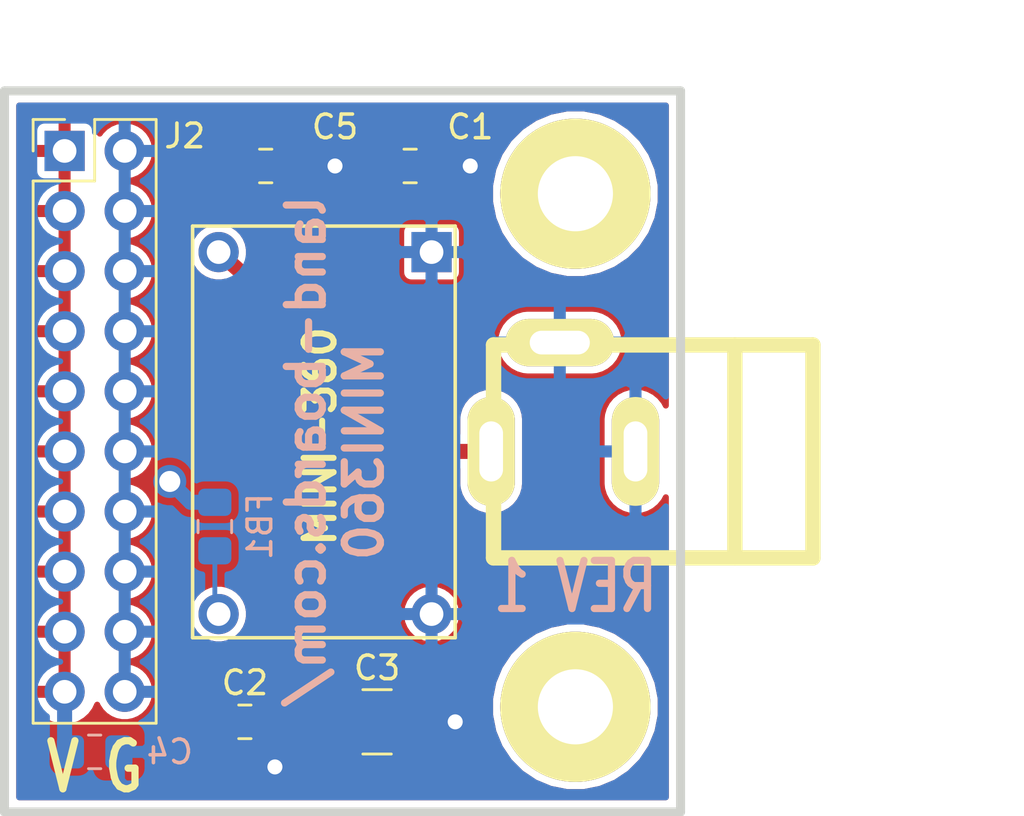
<source format=kicad_pcb>
(kicad_pcb (version 20211014) (generator pcbnew)
  (title_block (date "28 mar 2015") (rev "X1"))
  (layers (0 "F.Cu" signal "Front") (31 "B.Cu" signal "Back") (36 "B.SilkS" user "B.Silkscreen") (37 "F.SilkS" user "F.Silkscreen") (38 "B.Mask" user) (39 "F.Mask" user) (44 "Edge.Cuts" user))
  (net 0 "")
  (net 1 "GND")
  (net 2 "VCC")
  (net 3 "Net-(C1-Pad1)")
  (net 4 "Net-(FB1-Pad2)")
  (footprint "MTG-4-40" (layer "F.Cu") (at 110.49 26.035)
    (fp_text reference "MTG1" hide)
    (fp_text value "CONN_1" hide)
    (pad "1" thru_hole circle locked (at 0 0) (size 6.35 6.35) (drill 3.175) (layers *.Cu *.Mask "F.SilkS"))
  )
  (footprint "MTG-4-40" (layer "F.Cu") (at 110.49 4.348)
    (fp_text reference "MTG2" hide)
    (fp_text value "CONN_1" hide)
    (pad "1" thru_hole circle locked (at 0 0) (size 6.35 6.35) (drill 3.175) (layers *.Cu *.Mask "F.SilkS"))
  )
  (footprint "Resistor_SMD:R_0805_2012Metric_Pad1.15x1.40mm_HandSolder" (layer "F.Cu") (at 103.505 3.175)
    (fp_text reference "C1" (at 2.54 -1.65) (layer "F.SilkS"))
    (fp_text value "0.1uF")
    (fp_line (start -0.261252 -0.71) (end 0.261252 -0.71) (layer "F.SilkS") (width 0.12))
    (fp_line (start -0.261252 0.71) (end 0.261252 0.71) (layer "F.SilkS") (width 0.12))
    (pad "1" smd roundrect locked (at -1.025 0) (size 1.15 1.4) (layers "F.Cu" "F.Paste" "F.Mask") (roundrect_rratio 0.217391) (net 3 "Net-(C1-Pad1)"))
    (pad "2" smd roundrect locked (at 1.025 0) (size 1.15 1.4) (layers "F.Cu" "F.Paste" "F.Mask") (roundrect_rratio 0.217391) (net 1 "GND"))
  )
  (footprint "Resistor_SMD:R_0805_2012Metric_Pad1.15x1.40mm_HandSolder" (layer "F.Cu") (at 96.52 26.67)
    (fp_text reference "C2" (at 0 -1.65) (layer "F.SilkS"))
    (fp_text value "0.1uF")
    (fp_line (start -0.261252 -0.71) (end 0.261252 -0.71) (layer "F.SilkS") (width 0.12))
    (fp_line (start -0.261252 0.71) (end 0.261252 0.71) (layer "F.SilkS") (width 0.12))
    (pad "1" smd roundrect locked (at -1.025 0) (size 1.15 1.4) (layers "F.Cu" "F.Paste" "F.Mask") (roundrect_rratio 0.217391) (net 2 "VCC"))
    (pad "2" smd roundrect locked (at 1.025 0) (size 1.15 1.4) (layers "F.Cu" "F.Paste" "F.Mask") (roundrect_rratio 0.217391) (net 1 "GND"))
  )
  (footprint "Capacitor_SMD:C_1210_3225Metric_Pad1.42x2.65mm_HandSolder" (layer "F.Cu") (at 102.108 26.67)
    (fp_text reference "C3" (at 0 -2.28) (layer "F.SilkS"))
    (fp_text value "10uF")
    (fp_line (start -0.602064 -1.36) (end 0.602064 -1.36) (layer "F.SilkS") (width 0.12))
    (fp_line (start -0.602064 1.36) (end 0.602064 1.36) (layer "F.SilkS") (width 0.12))
    (pad "1" smd roundrect locked (at -1.4875 0) (size 1.425 2.65) (layers "F.Cu" "F.Paste" "F.Mask") (roundrect_rratio 0.175439) (net 2 "VCC"))
    (pad "2" smd roundrect locked (at 1.4875 0) (size 1.425 2.65) (layers "F.Cu" "F.Paste" "F.Mask") (roundrect_rratio 0.175439) (net 1 "GND"))
  )
  (footprint "Resistor_SMD:R_0805_2012Metric_Pad1.15x1.40mm_HandSolder" (layer "F.Cu") (at 97.4 3.175)
    (fp_text reference "C5" (at 2.93 -1.65) (layer "F.SilkS"))
    (fp_text value "0.1uF")
    (fp_line (start -0.261252 0.71) (end 0.261252 0.71) (layer "F.SilkS") (width 0.12))
    (fp_line (start -0.261252 -0.71) (end 0.261252 -0.71) (layer "F.SilkS") (width 0.12))
    (pad "1" smd roundrect locked (at -1.025 0) (size 1.15 1.4) (layers "F.Cu" "F.Paste" "F.Mask") (roundrect_rratio 0.217391) (net 2 "VCC"))
    (pad "2" smd roundrect locked (at 1.025 0) (size 1.15 1.4) (layers "F.Cu" "F.Paste" "F.Mask") (roundrect_rratio 0.217391) (net 1 "GND"))
  )
  (footprint "LandBoards_Conns:DCJ-NEW-Slotted" (layer "F.Cu") (at 113.03 15.24 180)
    (fp_text reference "J1" hide)
    (fp_text value "DCJ0202" hide)
    (fp_line (start 6 -4.5) (end 6 4.5) (layer "F.SilkS") (width 0.65))
    (fp_line (start -4.2 4.5) (end -4.2 -4.5) (layer "F.SilkS") (width 0.65))
    (fp_line (start -7.5 -4.5) (end -7.5 4.5) (layer "F.SilkS") (width 0.65))
    (fp_line (start -7.5 -4.5) (end 6 -4.5) (layer "F.SilkS") (width 0.65))
    (fp_line (start -7.5 4.5) (end 6 4.5) (layer "F.SilkS") (width 0.65))
    (pad "1" thru_hole oval locked (at 6.1 0 180) (size 2 4.6) (drill oval 1 2.54) (layers *.Cu *.Mask "F.SilkS") (net 3 "Net-(C1-Pad1)"))
    (pad "2" thru_hole oval locked (at 0 0 180) (size 2 4.6) (drill oval 1 2.54) (layers *.Cu *.Mask "F.SilkS") (net 1 "GND"))
    (pad "3" thru_hole oval locked (at 3.2 4.6 180) (size 4.6 2) (drill oval 2.54 1) (layers *.Cu *.Mask "F.SilkS") (net 1 "GND"))
  )
  (footprint "LandBoards_BoardOutlines:MINI-360" (layer "F.Cu") (at 105.41 5.715 -90)
    (fp_text reference "MINI-360" (at 8.89 5.715 90) (layer "F.SilkS") (effects (font (size 1.27 1.27) (thickness 0.254))))
    (fp_text value "MINI-360")
    (fp_line (start 0 11.1) (end 0 0) (layer "F.SilkS") (width 0.15))
    (fp_line (start 0 0) (end 17.4 0) (layer "F.SilkS") (width 0.15))
    (fp_line (start 17.4 11.1) (end 0 11.1) (layer "F.SilkS") (width 0.15))
    (fp_line (start 17.4 0) (end 17.4 11.1) (layer "F.SilkS") (width 0.15))
    (pad "IN+" thru_hole oval locked (at 1.1 10 270) (size 1.7 1.7) (drill 1) (layers *.Cu *.Mask) (net 3 "Net-(C1-Pad1)"))
    (pad "IN-" thru_hole rect locked (at 1.1 1 270) (size 1.7 1.7) (drill 1) (layers *.Cu *.Mask) (net 1 "GND"))
    (pad "OUT+" thru_hole oval locked (at 16.4 10 270) (size 1.7 1.7) (drill 1) (layers *.Cu *.Mask) (net 4 "Net-(FB1-Pad2)"))
    (pad "OUT-" thru_hole oval locked (at 16.4 1 270) (size 1.7 1.7) (drill 1) (layers *.Cu *.Mask) (net 1 "GND"))
  )
  (footprint "Connector_PinHeader_2.54mm:PinHeader_2x10_P2.54mm_Vertical" (layer "F.Cu") (at 88.9 2.54)
    (fp_text reference "J2" (at 5.08 -0.635) (layer "F.SilkS"))
    (fp_text value "Conn_02x10_Odd_Even")
    (fp_line (start -1.33 1.27) (end 1.27 1.27) (layer "F.SilkS") (width 0.12))
    (fp_line (start 3.87 -1.33) (end 3.87 24.19) (layer "F.SilkS") (width 0.12))
    (fp_line (start 1.27 1.27) (end 1.27 -1.33) (layer "F.SilkS") (width 0.12))
    (fp_line (start 1.27 -1.33) (end 3.87 -1.33) (layer "F.SilkS") (width 0.12))
    (fp_line (start -1.33 24.19) (end 3.87 24.19) (layer "F.SilkS") (width 0.12))
    (fp_line (start -1.33 0) (end -1.33 -1.33) (layer "F.SilkS") (width 0.12))
    (fp_line (start -1.33 -1.33) (end 0 -1.33) (layer "F.SilkS") (width 0.12))
    (fp_line (start -1.33 1.27) (end -1.33 24.19) (layer "F.SilkS") (width 0.12))
    (pad "1" thru_hole rect locked (at 0 0) (size 1.7 1.7) (drill 1) (layers *.Cu *.Mask) (net 2 "VCC"))
    (pad "2" thru_hole oval locked (at 2.54 0) (size 1.7 1.7) (drill 1) (layers *.Cu *.Mask) (net 1 "GND"))
    (pad "3" thru_hole oval locked (at 0 2.54) (size 1.7 1.7) (drill 1) (layers *.Cu *.Mask) (net 2 "VCC"))
    (pad "4" thru_hole oval locked (at 2.54 2.54) (size 1.7 1.7) (drill 1) (layers *.Cu *.Mask) (net 1 "GND"))
    (pad "5" thru_hole oval locked (at 0 5.08) (size 1.7 1.7) (drill 1) (layers *.Cu *.Mask) (net 2 "VCC"))
    (pad "6" thru_hole oval locked (at 2.54 5.08) (size 1.7 1.7) (drill 1) (layers *.Cu *.Mask) (net 1 "GND"))
    (pad "7" thru_hole oval locked (at 0 7.62) (size 1.7 1.7) (drill 1) (layers *.Cu *.Mask) (net 2 "VCC"))
    (pad "8" thru_hole oval locked (at 2.54 7.62) (size 1.7 1.7) (drill 1) (layers *.Cu *.Mask) (net 1 "GND"))
    (pad "9" thru_hole oval locked (at 0 10.16) (size 1.7 1.7) (drill 1) (layers *.Cu *.Mask) (net 2 "VCC"))
    (pad "10" thru_hole oval locked (at 2.54 10.16) (size 1.7 1.7) (drill 1) (layers *.Cu *.Mask) (net 1 "GND"))
    (pad "11" thru_hole oval locked (at 0 12.7) (size 1.7 1.7) (drill 1) (layers *.Cu *.Mask) (net 2 "VCC"))
    (pad "12" thru_hole oval locked (at 2.54 12.7) (size 1.7 1.7) (drill 1) (layers *.Cu *.Mask) (net 1 "GND"))
    (pad "13" thru_hole oval locked (at 0 15.24) (size 1.7 1.7) (drill 1) (layers *.Cu *.Mask) (net 2 "VCC"))
    (pad "14" thru_hole oval locked (at 2.54 15.24) (size 1.7 1.7) (drill 1) (layers *.Cu *.Mask) (net 1 "GND"))
    (pad "15" thru_hole oval locked (at 0 17.78) (size 1.7 1.7) (drill 1) (layers *.Cu *.Mask) (net 2 "VCC"))
    (pad "16" thru_hole oval locked (at 2.54 17.78) (size 1.7 1.7) (drill 1) (layers *.Cu *.Mask) (net 1 "GND"))
    (pad "17" thru_hole oval locked (at 0 20.32) (size 1.7 1.7) (drill 1) (layers *.Cu *.Mask) (net 2 "VCC"))
    (pad "18" thru_hole oval locked (at 2.54 20.32) (size 1.7 1.7) (drill 1) (layers *.Cu *.Mask) (net 1 "GND"))
    (pad "19" thru_hole oval locked (at 0 22.86) (size 1.7 1.7) (drill 1) (layers *.Cu *.Mask) (net 2 "VCC"))
    (pad "20" thru_hole oval locked (at 2.54 22.86) (size 1.7 1.7) (drill 1) (layers *.Cu *.Mask) (net 1 "GND"))
  )
  (footprint "Resistor_SMD:R_0805_2012Metric_Pad1.15x1.40mm_HandSolder" (layer "B.Cu") (at 90.17 27.94)
    (fp_text reference "C4" (at 3.175 0) (layer "B.SilkS") (effects (justify mirror)))
    (fp_text value "0.1uF")
    (fp_line (start -0.261252 -0.71) (end 0.261252 -0.71) (layer "B.SilkS") (width 0.12))
    (fp_line (start -0.261252 0.71) (end 0.261252 0.71) (layer "B.SilkS") (width 0.12))
    (pad "1" smd roundrect locked (at -1.025 0) (size 1.15 1.4) (layers "B.Cu" "B.Paste" "B.Mask") (roundrect_rratio 0.217391) (net 2 "VCC"))
    (pad "2" smd roundrect locked (at 1.025 0) (size 1.15 1.4) (layers "B.Cu" "B.Paste" "B.Mask") (roundrect_rratio 0.217391) (net 1 "GND"))
  )
  (footprint "Inductor_SMD:L_0805_2012Metric_Pad1.15x1.40mm_HandSolder" (layer "B.Cu") (at 95.25 18.415 -90)
    (fp_text reference "FB1" (at 0 -1.905 90) (layer "B.SilkS") (effects (justify mirror)))
    (fp_text value "Ferrite_Bead_Small")
    (fp_line (start -0.261252 -0.71) (end 0.261252 -0.71) (layer "B.SilkS") (width 0.12))
    (fp_line (start -0.261252 0.71) (end 0.261252 0.71) (layer "B.SilkS") (width 0.12))
    (pad "1" smd roundrect locked (at -1.025 0 270) (size 1.15 1.4) (layers "B.Cu" "B.Paste" "B.Mask") (roundrect_rratio 0.217391) (net 2 "VCC"))
    (pad "2" smd roundrect locked (at 1.025 0 270) (size 1.15 1.4) (layers "B.Cu" "B.Paste" "B.Mask") (roundrect_rratio 0.217391) (net 4 "Net-(FB1-Pad2)"))
  )
  (gr_line (start 86.36 30.48) (end 86.36 0) (layer "Edge.Cuts") (width 0.381))
  (gr_line (start 114.935 30.48) (end 86.36 30.48) (layer "Edge.Cuts") (width 0.381))
  (gr_line (start 86.36 0) (end 114.935 0) (layer "Edge.Cuts") (width 0.381))
  (gr_line (start 114.935 0) (end 114.935 30.48) (layer "Edge.Cuts") (width 0.381))
  (gr_text "land-boards.com/\nMINI360" (at 100.33 15.24 90) (layer "B.SilkS") (effects (font (size 1.524 1.524) (thickness 0.3048)) (justify mirror)))
  (gr_text "REV 1" (at 110.49 20.955) (layer "B.SilkS") (effects (font (size 2.032 1.524) (thickness 0.3048)) (justify mirror)))
  (gr_text "V G" (at 90.17 28.575) (layer "F.SilkS") (effects (font (size 2.032 1.524) (thickness 0.3048))))
  (segment (start 97.545 26.67) (end 97.545 28.33) (width 0.635) (layer "F.Cu") (net 1))
  (segment (start 104.53 3.175) (end 106.045 3.175) (width 0.635) (layer "F.Cu") (net 1))
  (segment (start 98.425 3.175) (end 100.33 3.175) (width 0.635) (layer "F.Cu") (net 1))
  (segment (start 91.195 25.645) (end 91.44 25.4) (width 0.635) (layer "F.Cu") (net 1))
  (segment (start 103.5955 26.67) (end 105.41 26.67) (width 0.635) (layer "F.Cu") (net 1))
  (segment (start 97.545 28.33) (end 97.79 28.575) (width 0.635) (layer "F.Cu") (net 1))
  (via (at 100.33 3.175) (size 0.889) (drill 0.635) (layers "F.Cu" "B.Cu") (net 1))
  (via (at 105.41 26.67) (size 0.889) (drill 0.635) (layers "F.Cu" "B.Cu") (net 1))
  (via (at 97.79 28.575) (size 0.889) (drill 0.635) (layers "F.Cu" "B.Cu") (net 1))
  (via (at 106.045 3.175) (size 0.889) (drill 0.635) (layers "F.Cu" "B.Cu") (net 1))
  (via (at 93.345 16.51) (size 1.397) (drill 0.889) (layers "F.Cu" "B.Cu") (net 2))
  (segment (start 95.25 17.39) (end 94.225 17.39) (width 0.635) (layer "B.Cu") (net 2))
  (segment (start 88.9 25.4) (end 88.9 27.695) (width 0.635) (layer "B.Cu") (net 2))
  (segment (start 88.9 27.695) (end 89.145 27.94) (width 0.635) (layer "B.Cu") (net 2))
  (segment (start 94.225 17.39) (end 93.345 16.51) (width 0.635) (layer "B.Cu") (net 2))
  (segment (start 103.835 15.24) (end 98.425 9.525) (width 0.635) (layer "F.Cu") (net 3))
  (segment (start 98.425 9.525) (end 95.41 6.815) (width 0.635) (layer "F.Cu") (net 3))
  (segment (start 102.48 3.175) (end 102.48 4.2) (width 0.635) (layer "F.Cu") (net 3))
  (segment (start 102.48 3.175) (end 102.48 5.47) (width 0.635) (layer "F.Cu") (net 3))
  (segment (start 106.93 15.24) (end 103.835 15.24) (width 0.635) (layer "F.Cu") (net 3))
  (segment (start 102.48 5.47) (end 98.425 9.525) (width 0.635) (layer "F.Cu") (net 3))
  (segment (start 95.25 19.44) (end 95.25 21.955) (width 0.2032) (layer "B.Cu") (net 4))
  (segment (start 95.25 21.955) (end 95.41 22.115) (width 0.2032) (layer "B.Cu") (net 4))
  (zone (net 2) (net_name "VCC") (layer "F.Cu") (connect_pads (clearance 0.3048)) (min_thickness 0.254) (fill yes (thermal_gap 0.508) (thermal_bridge_width 0.508))
    (polygon (pts (xy 114.935 30.48) (xy 86.36 30.48) (xy 86.36 0) (xy 114.935 0)))
  )
  (zone (net 1) (net_name "GND") (layer "B.Cu") (connect_pads (clearance 0.3048)) (min_thickness 0.254) (fill yes (thermal_gap 0.508) (thermal_bridge_width 0.508))
    (polygon (pts (xy 114.935 30.48) (xy 86.36 30.113239) (xy 86.36 -0.366761) (xy 114.935 0)))
  )
)
</source>
